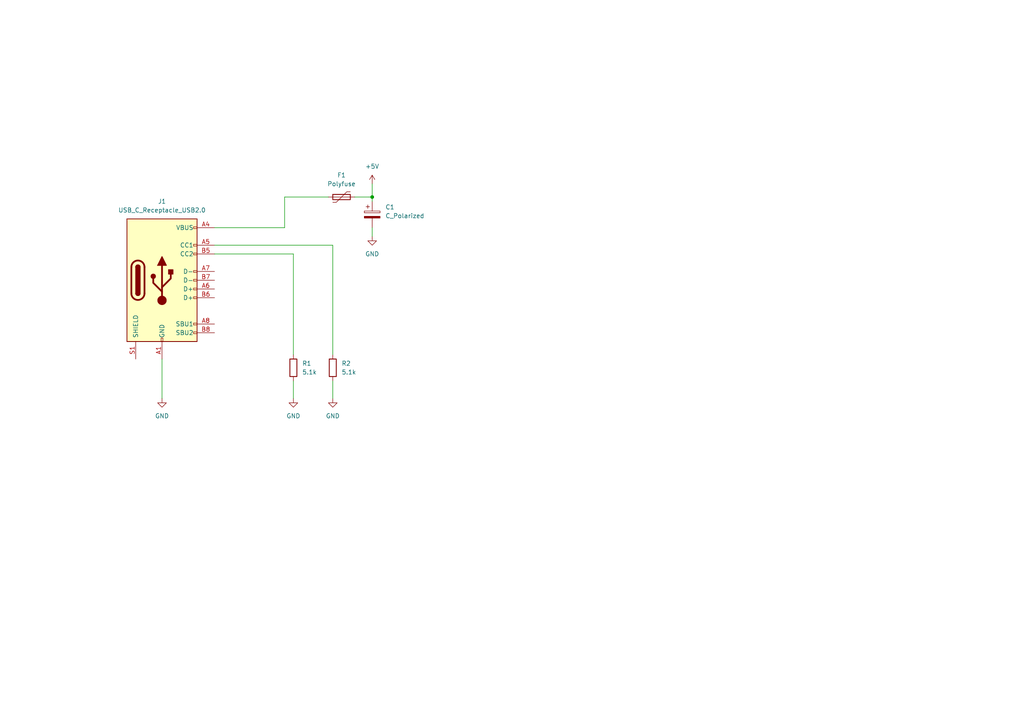
<source format=kicad_sch>
(kicad_sch (version 20230121) (generator eeschema)
  (paper "A4")
  (lib_symbols
    (symbol "Connector:USB_C_Receptacle_USB2.0" (pin_names (offset 1.016))
      (property "Reference" "J" (at -10.16 19.05 0))
      (property "Value" "USB_C_Receptacle_USB2.0" (at 19.05 19.05 0))
      (symbol "USB_C_Receptacle_USB2.0_0_0"
        (rectangle (start -0.254 -17.78) (end 0.254 -16.764))
        (rectangle (start 10.16 -14.986) (end 9.144 -15.494))
        (rectangle (start 10.16 -12.446) (end 9.144 -12.954))
        (rectangle (start 10.16 -4.826) (end 9.144 -5.334))
        (rectangle (start 10.16 -2.286) (end 9.144 -2.794))
        (rectangle (start 10.16 0.254) (end 9.144 -0.254))
        (rectangle (start 10.16 2.794) (end 9.144 2.286))
        (rectangle (start 10.16 7.874) (end 9.144 7.366))
        (rectangle (start 10.16 10.414) (end 9.144 9.906))
        (rectangle (start 10.16 15.494) (end 9.144 14.986))
      )
      (symbol "USB_C_Receptacle_USB2.0_0_1"
        (rectangle (start -10.16 17.78) (end 10.16 -17.78) (stroke (width 0.254)) (fill (type background)))
        (arc (start -8.89 -3.81) (mid -6.985 -5.7067) (end -5.08 -3.81) (stroke (width 0.508)))
        (arc (start -7.62 -3.81) (mid -6.985 -4.4423) (end -6.35 -3.81) (stroke (width 0.254)))
        (arc (start -7.62 -3.81) (mid -6.985 -4.4423) (end -6.35 -3.81) (stroke (width 0.254)) (fill (type outline)))
        (rectangle (start -7.62 -3.81) (end -6.35 3.81) (stroke (width 0.254)) (fill (type outline)))
        (arc (start -6.35 3.81) (mid -6.985 4.4423) (end -7.62 3.81) (stroke (width 0.254)))
        (arc (start -6.35 3.81) (mid -6.985 4.4423) (end -7.62 3.81) (stroke (width 0.254)) (fill (type outline)))
        (arc (start -5.08 3.81) (mid -6.985 5.7067) (end -8.89 3.81) (stroke (width 0.508)))
        (circle (center -2.54 1.143) (radius 0.635) (stroke (width 0.254)) (fill (type outline)))
        (circle (center 0 -5.842) (radius 1.27) (fill (type outline)))
        (polyline (pts (xy -8.89 -3.81) (xy -8.89 3.81)) (stroke (width 0.508)))
        (polyline (pts (xy -5.08 3.81) (xy -5.08 -3.81)) (stroke (width 0.508)))
        (polyline (pts (xy 0 -5.842) (xy 0 4.318)) (stroke (width 0.508)))
        (polyline (pts (xy 0 -3.302) (xy -2.54 -0.762) (xy -2.54 0.508)) (stroke (width 0.508)))
        (polyline (pts (xy 0 -2.032) (xy 2.54 0.508) (xy 2.54 1.778)) (stroke (width 0.508)))
        (polyline (pts (xy -1.27 4.318) (xy 0 6.858) (xy 1.27 4.318) (xy -1.27 4.318)) (stroke (width 0.254)) (fill (type outline)))
        (rectangle (start 1.905 1.778) (end 3.175 3.048) (stroke (width 0.254)) (fill (type outline)))
      )
      (symbol "USB_C_Receptacle_USB2.0_1_1"
        (pin passive line (at 0 -22.86 90) (length 5.08) (name "GND") (number "A1"))
        (pin passive line (at 0 -22.86 90) (length 5.08) hide (name "GND") (number "A12"))
        (pin passive line (at 15.24 15.24 180) (length 5.08) (name "VBUS") (number "A4"))
        (pin bidirectional line (at 15.24 10.16 180) (length 5.08) (name "CC1") (number "A5"))
        (pin bidirectional line (at 15.24 -2.54 180) (length 5.08) (name "D+") (number "A6"))
        (pin bidirectional line (at 15.24 2.54 180) (length 5.08) (name "D-") (number "A7"))
        (pin bidirectional line (at 15.24 -12.7 180) (length 5.08) (name "SBU1") (number "A8"))
        (pin passive line (at 15.24 15.24 180) (length 5.08) hide (name "VBUS") (number "A9"))
        (pin passive line (at 0 -22.86 90) (length 5.08) hide (name "GND") (number "B1"))
        (pin passive line (at 0 -22.86 90) (length 5.08) hide (name "GND") (number "B12"))
        (pin passive line (at 15.24 15.24 180) (length 5.08) hide (name "VBUS") (number "B4"))
        (pin bidirectional line (at 15.24 7.62 180) (length 5.08) (name "CC2") (number "B5"))
        (pin bidirectional line (at 15.24 -5.08 180) (length 5.08) (name "D+") (number "B6"))
        (pin bidirectional line (at 15.24 0 180) (length 5.08) (name "D-") (number "B7"))
        (pin bidirectional line (at 15.24 -15.24 180) (length 5.08) (name "SBU2") (number "B8"))
        (pin passive line (at 15.24 15.24 180) (length 5.08) hide (name "VBUS") (number "B9"))
        (pin passive line (at -7.62 -22.86 90) (length 5.08) (name "SHIELD") (number "S1"))
      )
    )
    (symbol "Device:C_Polarized" (pin_numbers hide) (pin_names (offset 0.254))
      (property "Reference" "C" (at 0.635 2.54 0))
      (property "Value" "C_Polarized" (at 0.635 -2.54 0))
      (symbol "C_Polarized_0_1"
        (rectangle (start -2.286 0.508) (end 2.286 1.016))
        (polyline (pts (xy -1.778 2.286) (xy -0.762 2.286)))
        (polyline (pts (xy -1.27 2.794) (xy -1.27 1.778)))
        (rectangle (start 2.286 -0.508) (end -2.286 -1.016) (fill (type outline)))
      )
      (symbol "C_Polarized_1_1"
        (pin passive line (at 0 3.81 270) (length 2.794) (name "~") (number "1"))
        (pin passive line (at 0 -3.81 90) (length 2.794) (name "~") (number "2"))
      )
    )
    (symbol "Device:Polyfuse" (pin_numbers hide) (pin_names (offset 0))
      (property "Reference" "F" (at -2.54 0 90))
      (property "Value" "Polyfuse" (at 2.54 0 90))
      (symbol "Polyfuse_0_1"
        (rectangle (start -0.762 2.54) (end 0.762 -2.54) (stroke (width 0.254)))
        (polyline (pts (xy 0 2.54) (xy 0 -2.54)))
        (polyline (pts (xy -1.524 2.54) (xy -1.524 1.524) (xy 1.524 -1.524) (xy 1.524 -2.54)))
      )
      (symbol "Polyfuse_1_1"
        (pin passive line (at 0 3.81 270) (length 1.27) (name "~") (number "1"))
        (pin passive line (at 0 -3.81 90) (length 1.27) (name "~") (number "2"))
      )
    )
    (symbol "Device:R" (pin_numbers hide) (pin_names (offset 0))
      (property "Reference" "R" (at 2.032 0 90))
      (property "Value" "R" (at 0 0 90))
      (symbol "R_0_1"
        (rectangle (start -1.016 -2.54) (end 1.016 2.54) (stroke (width 0.254)))
      )
      (symbol "R_1_1"
        (pin passive line (at 0 3.81 270) (length 1.27) (name "~") (number "1"))
        (pin passive line (at 0 -3.81 90) (length 1.27) (name "~") (number "2"))
      )
    )
    (symbol "power:+5V" (power) (pin_names (offset 0))
      (property "Value" "+5V" (at 0 3.556 0))
      (symbol "+5V_0_1"
        (polyline (pts (xy -0.762 1.27) (xy 0 2.54)))
        (polyline (pts (xy 0 0) (xy 0 2.54)))
        (polyline (pts (xy 0 2.54) (xy 0.762 1.27)))
      )
      (symbol "+5V_1_1"
        (pin power_in line (at 0 0 90) (length 0) hide (name "+5V") (number "1"))
      )
    )
    (symbol "power:GND" (power) (pin_names (offset 0))
      (property "Value" "GND" (at 0 -3.81 0))
      (symbol "GND_0_1"
        (polyline (pts (xy 0 0) (xy 0 -1.27) (xy 1.27 -1.27) (xy 0 -2.54) (xy -1.27 -1.27) (xy 0 -1.27)))
      )
      (symbol "GND_1_1"
        (pin power_in line (at 0 0 270) (length 0) hide (name "GND") (number "1"))
      )
    )
  )
  (junction (at 107.95 57.15))
  (wire (pts (xy 46.99 104.14) (xy 46.99 115.57)))
  (wire (pts (xy 82.55 57.15) (xy 82.55 66.04)))
  (wire (pts (xy 82.55 66.04) (xy 62.23 66.04)))
  (wire (pts (xy 107.95 57.15) (xy 107.95 58.42)))
  (wire (pts (xy 85.09 110.49) (xy 85.09 115.57)))
  (wire (pts (xy 107.95 66.04) (xy 107.95 68.58)))
  (wire (pts (xy 62.23 73.66) (xy 85.09 73.66)))
  (wire (pts (xy 85.09 73.66) (xy 85.09 102.87)))
  (wire (pts (xy 96.52 71.12) (xy 62.23 71.12)))
  (wire (pts (xy 96.52 110.49) (xy 96.52 115.57)))
  (wire (pts (xy 82.55 57.15) (xy 95.25 57.15)))
  (wire (pts (xy 96.52 71.12) (xy 96.52 102.87)))
  (wire (pts (xy 107.95 57.15) (xy 107.95 53.34)))
  (wire (pts (xy 102.87 57.15) (xy 107.95 57.15)))
  (symbol (lib_id "power:+5V") (at 107.95 53.34 0) (unit 1)
    (property "Reference" "#PWR06" (effects hide))
    (property "Value" "+5V" (at 107.95 48.26 0))
  )
  (symbol (lib_id "Device:C_Polarized") (at 107.95 62.23 0) (unit 1)
    (property "Reference" "C1" (at 111.76 60.071 0) (effects (justify left)))
    (property "Value" "C_Polarized" (at 111.76 62.611 0) (effects (justify left)))
  )
  (symbol (lib_id "Device:R") (at 85.09 106.68 0) (unit 1)
    (property "Reference" "R1" (at 87.63 105.41 0) (effects (justify left)))
    (property "Value" "5.1k" (at 87.63 107.95 0) (effects (justify left)))
  )
  (symbol (lib_id "power:GND") (at 46.99 115.57 0) (unit 1)
    (property "Reference" "#PWR02" (effects hide))
    (property "Value" "GND" (at 46.99 120.65 0))
  )
  (symbol (lib_id "Device:R") (at 96.52 106.68 0) (unit 1)
    (property "Reference" "R2" (at 99.06 105.41 0) (effects (justify left)))
    (property "Value" "5.1k" (at 99.06 107.95 0) (effects (justify left)))
  )
  (symbol (lib_id "power:GND") (at 107.95 68.58 0) (unit 1)
    (property "Reference" "#PWR05" (effects hide))
    (property "Value" "GND" (at 107.95 73.66 0))
  )
  (symbol (lib_id "power:GND") (at 96.52 115.57 0) (unit 1)
    (property "Reference" "#PWR04" (effects hide))
    (property "Value" "GND" (at 96.52 120.65 0))
  )
  (symbol (lib_id "Connector:USB_C_Receptacle_USB2.0") (at 46.99 81.28 0) (unit 1)
    (property "Reference" "J1" (at 46.99 58.42 0))
    (property "Value" "USB_C_Receptacle_USB2.0" (at 46.99 60.96 0))
    (property "Datasheet" "https://www.usb.org/sites/default/files/documents/usb_type-c.zip" (effects hide))
  )
  (symbol (lib_id "power:GND") (at 85.09 115.57 0) (unit 1)
    (property "Reference" "#PWR03" (effects hide))
    (property "Value" "GND" (at 85.09 120.65 0))
  )
  (symbol (lib_id "Device:Polyfuse") (at 99.06 57.15 90) (unit 1)
    (property "Reference" "F1" (at 99.06 50.8 90))
    (property "Value" "Polyfuse" (at 99.06 53.34 90))
  )
)
</source>
